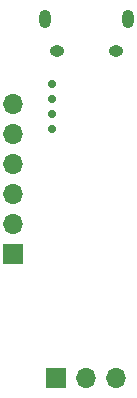
<source format=gbr>
G04 #@! TF.GenerationSoftware,KiCad,Pcbnew,5.1.8-db9833491~88~ubuntu20.04.1*
G04 #@! TF.CreationDate,2021-01-29T13:44:14-05:00*
G04 #@! TF.ProjectId,pmtcmini-h10770,706d7463-6d69-46e6-992d-683130373730,rev?*
G04 #@! TF.SameCoordinates,Original*
G04 #@! TF.FileFunction,Soldermask,Bot*
G04 #@! TF.FilePolarity,Negative*
%FSLAX46Y46*%
G04 Gerber Fmt 4.6, Leading zero omitted, Abs format (unit mm)*
G04 Created by KiCad (PCBNEW 5.1.8-db9833491~88~ubuntu20.04.1) date 2021-01-29 13:44:14*
%MOMM*%
%LPD*%
G01*
G04 APERTURE LIST*
%ADD10O,1.700000X1.700000*%
%ADD11R,1.700000X1.700000*%
%ADD12C,0.704800*%
%ADD13O,1.000000X1.550000*%
%ADD14O,1.250000X0.950000*%
G04 APERTURE END LIST*
D10*
X129055000Y-67581000D03*
X129055000Y-65041000D03*
X129055000Y-72661000D03*
D11*
X129055000Y-75201000D03*
D10*
X129055000Y-70121000D03*
X129055000Y-62501000D03*
D12*
X132350000Y-62045000D03*
X132350000Y-60775000D03*
X132350000Y-63315000D03*
X132350000Y-64585000D03*
D10*
X137780000Y-85700000D03*
X135240000Y-85700000D03*
D11*
X132700000Y-85700000D03*
D13*
X131750000Y-55250000D03*
X138750000Y-55250000D03*
D14*
X137750000Y-57950000D03*
X132750000Y-57950000D03*
M02*

</source>
